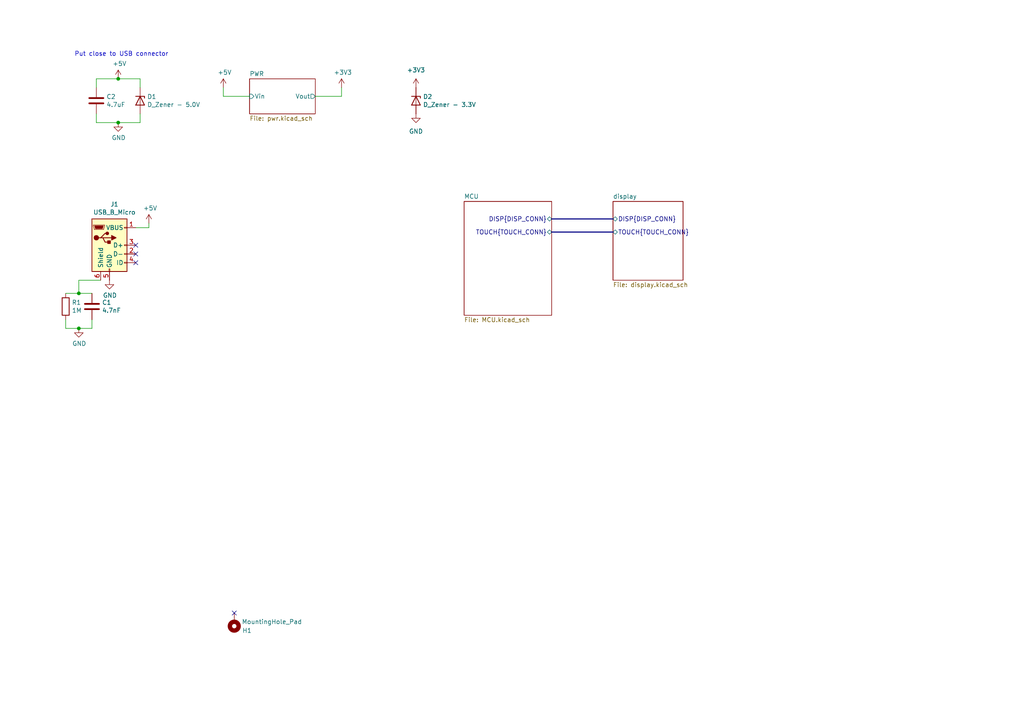
<source format=kicad_sch>
(kicad_sch (version 20211123) (generator eeschema)
  (paper "A4")
  (lib_symbols
    (symbol "Connector:USB_B_Micro" (pin_names (offset 1.016))
      (property "Reference" "J" (at -5.08 11.43 0))
      (property "Value" "USB_B_Micro" (at -5.08 8.89 0))
      (symbol "USB_B_Micro_0_1"
        (rectangle (start -5.08 -7.62) (end 5.08 7.62) (stroke (width 0.254)) (fill (type background)))
        (circle (center -3.81 2.159) (radius 0.635) (stroke (width 0.254)) (fill (type outline)))
        (circle (center -0.635 3.429) (radius 0.381) (stroke (width 0.254)) (fill (type outline)))
        (rectangle (start -0.127 -7.62) (end 0.127 -6.858))
        (polyline (pts (xy -1.905 2.159) (xy 0.635 2.159)) (stroke (width 0.254)))
        (polyline (pts (xy -3.175 2.159) (xy -2.54 2.159) (xy -1.27 3.429) (xy -0.635 3.429)) (stroke (width 0.254)))
        (polyline (pts (xy -2.54 2.159) (xy -1.905 2.159) (xy -1.27 0.889) (xy 0 0.889)) (stroke (width 0.254)))
        (polyline (pts (xy 0.635 2.794) (xy 0.635 1.524) (xy 1.905 2.159) (xy 0.635 2.794)) (stroke (width 0.254)) (fill (type outline)))
        (polyline (pts (xy -4.318 5.588) (xy -1.778 5.588) (xy -2.032 4.826) (xy -4.064 4.826) (xy -4.318 5.588)) (fill (type outline)))
        (polyline (pts (xy -4.699 5.842) (xy -4.699 5.588) (xy -4.445 4.826) (xy -4.445 4.572) (xy -1.651 4.572) (xy -1.651 4.826) (xy -1.397 5.588) (xy -1.397 5.842) (xy -4.699 5.842)))
        (rectangle (start 0.254 1.27) (end -0.508 0.508) (stroke (width 0.254)) (fill (type outline)))
        (rectangle (start 5.08 -5.207) (end 4.318 -4.953))
        (rectangle (start 5.08 -2.667) (end 4.318 -2.413))
        (rectangle (start 5.08 -0.127) (end 4.318 0.127))
        (rectangle (start 5.08 4.953) (end 4.318 5.207))
      )
      (symbol "USB_B_Micro_1_1"
        (pin power_out line (at 7.62 5.08 180) (length 2.54) (name "VBUS") (number "1"))
        (pin bidirectional line (at 7.62 -2.54 180) (length 2.54) (name "D-") (number "2"))
        (pin bidirectional line (at 7.62 0 180) (length 2.54) (name "D+") (number "3"))
        (pin passive line (at 7.62 -5.08 180) (length 2.54) (name "ID") (number "4"))
        (pin power_out line (at 0 -10.16 90) (length 2.54) (name "GND") (number "5"))
        (pin passive line (at -2.54 -10.16 90) (length 2.54) (name "Shield") (number "6"))
      )
    )
    (symbol "Device:C" (pin_numbers hide) (pin_names (offset 0.254))
      (property "Reference" "C" (at 0.635 2.54 0))
      (property "Value" "C" (at 0.635 -2.54 0))
      (symbol "C_0_1"
        (polyline (pts (xy -2.032 -0.762) (xy 2.032 -0.762)) (stroke (width 0.508)))
        (polyline (pts (xy -2.032 0.762) (xy 2.032 0.762)) (stroke (width 0.508)))
      )
      (symbol "C_1_1"
        (pin passive line (at 0 3.81 270) (length 2.794) (name "~") (number "1"))
        (pin passive line (at 0 -3.81 90) (length 2.794) (name "~") (number "2"))
      )
    )
    (symbol "Device:D_Zener" (pin_numbers hide) (pin_names (offset 1.016) hide)
      (property "Reference" "D" (at 0 2.54 0))
      (property "Value" "D_Zener" (at 0 -2.54 0))
      (symbol "D_Zener_0_1"
        (polyline (pts (xy 1.27 0) (xy -1.27 0)))
        (polyline (pts (xy -1.27 -1.27) (xy -1.27 1.27) (xy -0.762 1.27)) (stroke (width 0.254)))
        (polyline (pts (xy 1.27 -1.27) (xy 1.27 1.27) (xy -1.27 0) (xy 1.27 -1.27)) (stroke (width 0.254)))
      )
      (symbol "D_Zener_1_1"
        (pin passive line (at -3.81 0 0) (length 2.54) (name "K") (number "1"))
        (pin passive line (at 3.81 0 180) (length 2.54) (name "A") (number "2"))
      )
    )
    (symbol "Device:R" (pin_numbers hide) (pin_names (offset 0))
      (property "Reference" "R" (at 2.032 0 90))
      (property "Value" "R" (at 0 0 90))
      (symbol "R_0_1"
        (rectangle (start -1.016 -2.54) (end 1.016 2.54) (stroke (width 0.254)))
      )
      (symbol "R_1_1"
        (pin passive line (at 0 3.81 270) (length 1.27) (name "~") (number "1"))
        (pin passive line (at 0 -3.81 90) (length 1.27) (name "~") (number "2"))
      )
    )
    (symbol "Mechanical:MountingHole_Pad" (pin_numbers hide) (pin_names (offset 1.016) hide)
      (property "Reference" "H" (at 0 6.35 0))
      (property "Value" "MountingHole_Pad" (at 0 4.445 0))
      (symbol "MountingHole_Pad_0_1"
        (circle (center 0 1.27) (radius 1.27) (stroke (width 1.27)))
      )
      (symbol "MountingHole_Pad_1_1"
        (pin input line (at 0 -2.54 90) (length 2.54) (name "1") (number "1"))
      )
    )
    (symbol "power:+3.3V" (power) (pin_names (offset 0))
      (property "Value" "+3.3V" (at 0 3.556 0))
      (symbol "+3.3V_0_1"
        (polyline (pts (xy -0.762 1.27) (xy 0 2.54)))
        (polyline (pts (xy 0 0) (xy 0 2.54)))
        (polyline (pts (xy 0 2.54) (xy 0.762 1.27)))
      )
      (symbol "+3.3V_1_1"
        (pin power_in line (at 0 0 90) (length 0) hide (name "+3V3") (number "1"))
      )
    )
    (symbol "power:+5V" (power) (pin_names (offset 0))
      (property "Value" "+5V" (at 0 3.556 0))
      (symbol "+5V_0_1"
        (polyline (pts (xy -0.762 1.27) (xy 0 2.54)))
        (polyline (pts (xy 0 0) (xy 0 2.54)))
        (polyline (pts (xy 0 2.54) (xy 0.762 1.27)))
      )
      (symbol "+5V_1_1"
        (pin power_in line (at 0 0 90) (length 0) hide (name "+5V") (number "1"))
      )
    )
    (symbol "power:GND" (power) (pin_names (offset 0))
      (property "Value" "GND" (at 0 -3.81 0))
      (symbol "GND_0_1"
        (polyline (pts (xy 0 0) (xy 0 -1.27) (xy 1.27 -1.27) (xy 0 -2.54) (xy -1.27 -1.27) (xy 0 -1.27)))
      )
      (symbol "GND_1_1"
        (pin power_in line (at 0 0 270) (length 0) hide (name "GND") (number "1"))
      )
    )
  )
  (junction (at 34.29 35.56))
  (junction (at 22.86 95.25))
  (junction (at 34.29 22.86))
  (junction (at 22.86 85.09))
  (no_connect (at 39.37 73.66))
  (no_connect (at 39.37 76.2))
  (no_connect (at 67.945 177.8))
  (no_connect (at 39.37 71.12))
  (wire (pts (xy 34.29 22.86) (xy 40.64 22.86)))
  (wire (pts (xy 19.05 92.71) (xy 19.05 95.25)))
  (wire (pts (xy 43.18 66.04) (xy 39.37 66.04)))
  (wire (pts (xy 27.94 22.86) (xy 27.94 25.4)))
  (wire (pts (xy 22.86 95.25) (xy 26.67 95.25)))
  (wire (pts (xy 22.86 81.28) (xy 29.21 81.28)))
  (wire (pts (xy 99.06 25.4) (xy 99.06 27.94)))
  (wire (pts (xy 40.64 35.56) (xy 40.64 33.02)))
  (wire (pts (xy 64.77 25.4) (xy 64.77 27.94)))
  (wire (pts (xy 22.86 85.09) (xy 26.67 85.09)))
  (wire (pts (xy 43.18 64.77) (xy 43.18 66.04)))
  (wire (pts (xy 64.77 27.94) (xy 72.39 27.94)))
  (wire (pts (xy 99.06 27.94) (xy 91.44 27.94)))
  (wire (pts (xy 26.67 95.25) (xy 26.67 92.71)))
  (wire (pts (xy 22.86 85.09) (xy 22.86 81.28)))
  (wire (pts (xy 27.94 35.56) (xy 34.29 35.56)))
  (wire (pts (xy 19.05 95.25) (xy 22.86 95.25)))
  (wire (pts (xy 19.05 85.09) (xy 22.86 85.09)))
  (wire (pts (xy 27.94 33.02) (xy 27.94 35.56)))
  (wire (pts (xy 34.29 35.56) (xy 40.64 35.56)))
  (bus (pts (xy 160.02 63.5) (xy 177.8 63.5)))
  (bus (pts (xy 160.02 67.31) (xy 177.8 67.31)))
  (wire (pts (xy 40.64 22.86) (xy 40.64 25.4)))
  (wire (pts (xy 34.29 22.86) (xy 27.94 22.86)))
  (text "Put close to USB connector" (at 21.59 16.51 0) (effects (font (size 1.27 1.27)) (justify left bottom)))
  (symbol (lib_id "Connector:USB_B_Micro") (at 31.75 71.12 0) (unit 1)
    (property "Reference" "J1" (at 33.1978 59.2582 0))
    (property "Value" "USB_B_Micro" (at 33.1978 61.5696 0))
    (property "Footprint" "Connector_USB:USB_Micro-B_Molex-105017-0001" (effects hide))
    (property "Datasheet" "https://cdn.amphenol-icc.com/media/wysiwyg/files/drawing/10118194.pdf" (effects hide))
  )
  (symbol (lib_id "power:GND") (at 22.86 95.25 0) (unit 1)
    (property "Reference" "#PWR01" (effects hide))
    (property "Value" "GND" (at 22.987 99.6442 0))
  )
  (symbol (lib_id "power:+5V") (at 43.18 64.77 0) (unit 1)
    (property "Reference" "#PWR05" (effects hide))
    (property "Value" "+5V" (at 43.561 60.3758 0))
  )
  (symbol (lib_id "Device:R") (at 19.05 88.9 0) (unit 1)
    (property "Reference" "R1" (at 20.828 87.7316 0) (effects (justify left)))
    (property "Value" "1M" (at 20.828 90.043 0) (effects (justify left)))
    (property "Footprint" "Resistor_SMD:R_0603_1608Metric_Pad0.98x0.95mm_HandSolder" (effects hide))
  )
  (symbol (lib_id "Device:C") (at 26.67 88.9 0) (unit 1)
    (property "Reference" "C1" (at 29.591 87.7316 0) (effects (justify left)))
    (property "Value" "4.7nF" (at 29.591 90.043 0) (effects (justify left)))
    (property "Footprint" "Capacitor_SMD:C_0603_1608Metric_Pad1.08x0.95mm_HandSolder" (effects hide))
  )
  (symbol (lib_id "power:GND") (at 31.75 81.28 0) (unit 1)
    (property "Reference" "#PWR02" (effects hide))
    (property "Value" "GND" (at 31.877 85.6742 0))
  )
  (symbol (lib_id "Device:C") (at 27.94 29.21 0) (unit 1)
    (property "Reference" "C2" (at 30.861 28.0416 0) (effects (justify left)))
    (property "Value" "4.7uF" (at 30.861 30.353 0) (effects (justify left)))
    (property "Footprint" "Capacitor_SMD:C_0603_1608Metric_Pad1.08x0.95mm_HandSolder" (effects hide))
  )
  (symbol (lib_id "Device:D_Zener") (at 40.64 29.21 270) (unit 1)
    (property "Reference" "D1" (at 42.672 28.0416 90) (effects (justify left)))
    (property "Value" "D_Zener - 5.0V" (at 42.672 30.353 90) (effects (justify left)))
    (property "Footprint" "Diode_SMD:D_SMA" (effects hide))
    (property "Datasheet" "https://www.littelfuse.com/~/media/electronics/datasheets/tvs_diodes/littelfuse_tvs_diode_smaj_datasheet.pdf.pdf" (effects hide))
  )
  (symbol (lib_id "power:+5V") (at 34.29 22.86 0) (unit 1)
    (property "Reference" "#PWR03" (effects hide))
    (property "Value" "+5V" (at 34.671 18.4658 0))
  )
  (symbol (lib_id "power:GND") (at 34.29 35.56 0) (unit 1)
    (property "Reference" "#PWR04" (effects hide))
    (property "Value" "GND" (at 34.417 39.9542 0))
  )
  (symbol (lib_id "power:+5V") (at 64.77 25.4 0) (unit 1)
    (property "Reference" "#PWR06" (effects hide))
    (property "Value" "+5V" (at 65.151 21.0058 0))
  )
  (symbol (lib_id "power:+3.3V") (at 99.06 25.4 0) (unit 1)
    (property "Reference" "#PWR07" (effects hide))
    (property "Value" "+3.3V" (at 99.441 21.0058 0))
  )
  (symbol (lib_id "power:GND") (at 120.65 33.02 0) (unit 1)
    (property "Reference" "#PWR09" (effects hide))
    (property "Value" "GND" (at 120.65 38.1 0))
  )
  (symbol (lib_id "Mechanical:MountingHole_Pad") (at 67.945 180.34 180) (unit 1)
    (property "Reference" "H1" (at 73.025 182.88 0) (effects (justify left)))
    (property "Value" "MountingHole_Pad" (at 87.63 180.34 0) (effects (justify left)))
    (property "Footprint" "MountingHole:MountingHole_3.2mm_M3_ISO14580" (effects hide))
  )
  (symbol (lib_id "Device:D_Zener") (at 120.65 29.21 270) (unit 1)
    (property "Reference" "D2" (at 122.682 28.0416 90) (effects (justify left)))
    (property "Value" "D_Zener - 3.3V" (at 122.682 30.353 90) (effects (justify left)))
    (property "Footprint" "Diode_SMD:D_SOD-523" (effects hide))
    (property "Datasheet" "https://www.onsemi.com/pdf/datasheet/esd5z2.5t1-d.pdf" (effects hide))
  )
  (symbol (lib_id "power:+3.3V") (at 120.65 25.4 0) (unit 1)
    (property "Reference" "#PWR08" (effects hide))
    (property "Value" "+3.3V" (at 120.65 20.32 0))
  )
  (sheet (at 134.62 58.42) (size 25.4 33.02)
    (property "Sheet name" "MCU" (at 134.62 57.7084 0) (effects (justify left bottom)))
    (property "Sheet file" "MCU.kicad_sch" (at 134.62 92.0246 0) (effects (justify left top)))
    (pin "DISP{DISP_CONN}" bidirectional (at 160.02 63.5 0))
    (pin "TOUCH{TOUCH_CONN}" bidirectional (at 160.02 67.31 0))
  )
  (sheet (at 72.39 22.86) (size 19.05 10.16)
    (property "Sheet name" "PWR" (at 72.39 22.1484 0) (effects (justify left bottom)))
    (property "Sheet file" "pwr.kicad_sch" (at 72.39 33.6046 0) (effects (justify left top)))
    (pin "Vin" input (at 72.39 27.94 180))
    (pin "Vout" output (at 91.44 27.94 0))
  )
  (sheet (at 177.8 58.42) (size 20.32 22.86)
    (property "Sheet name" "display" (at 177.8 57.7084 0) (effects (justify left bottom)))
    (property "Sheet file" "display.kicad_sch" (at 177.8 81.8646 0) (effects (justify left top)))
    (pin "TOUCH{TOUCH_CONN}" bidirectional (at 177.8 67.31 180))
    (pin "DISP{DISP_CONN}" bidirectional (at 177.8 63.5 180))
  )
)
</source>
